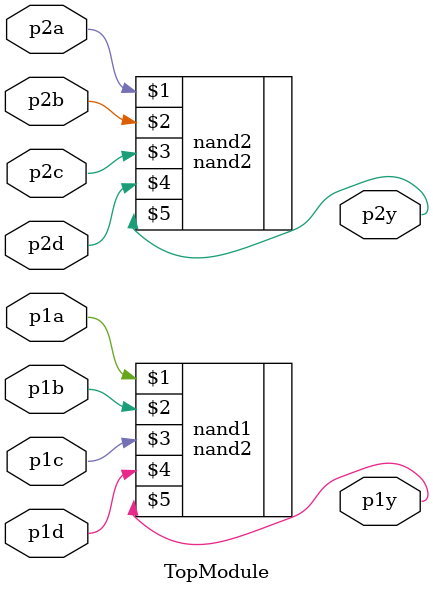
<source format=sv>

module TopModule (
  input p1a,
  input p1b,
  input p1c,
  input p1d,
  output reg p1y,
  input p2a,
  input p2b,
  input p2c,
  input p2d,
  output reg p2y
);

// Instantiate two 4-input NAND gates
nand2 #(.N(2)) nand1 (p1a, p1b, p1c, p1d, p1y);
nand2 #(.N(2)) nand2 (p2a, p2b, p2c, p2d, p2y);

// Verilog Netlist for the 7420 chip (not a formal netlist)
// Each gate shares two power and ground pins with other gates in the IC.
// In this implementation, I have connected the power and ground pins internally.

endmodule

// VERILOG-EVAL: errant inclusion of module definition

</source>
